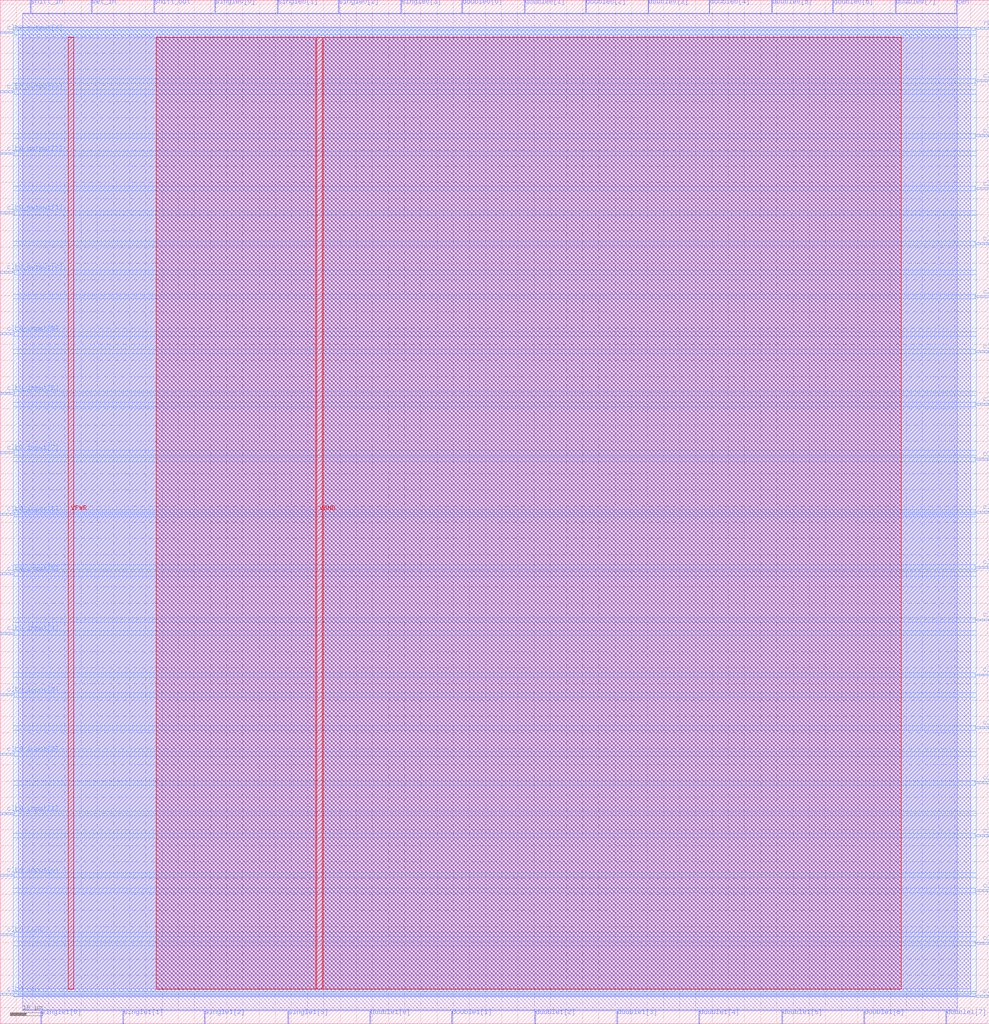
<source format=lef>
VERSION 5.7 ;
  NOWIREEXTENSIONATPIN ON ;
  DIVIDERCHAR "/" ;
  BUSBITCHARS "[]" ;
MACRO baked_connection_block_east
  CLASS BLOCK ;
  FOREIGN baked_connection_block_east ;
  ORIGIN 0.000 0.000 ;
  SIZE 305.645 BY 316.365 ;
  PIN cen
    DIRECTION INPUT ;
    PORT
      LAYER met2 ;
        RECT 295.410 312.365 295.690 316.365 ;
    END
  END cen
  PIN clb0_cin
    DIRECTION OUTPUT TRISTATE ;
    PORT
      LAYER met3 ;
        RECT 0.000 8.880 4.000 9.480 ;
    END
  END clb0_cin
  PIN clb0_cout
    DIRECTION INPUT ;
    PORT
      LAYER met3 ;
        RECT 0.000 27.240 4.000 27.840 ;
    END
  END clb0_cout
  PIN clb0_input[0]
    DIRECTION OUTPUT TRISTATE ;
    PORT
      LAYER met3 ;
        RECT 0.000 45.600 4.000 46.200 ;
    END
  END clb0_input[0]
  PIN clb0_input[1]
    DIRECTION OUTPUT TRISTATE ;
    PORT
      LAYER met3 ;
        RECT 0.000 64.640 4.000 65.240 ;
    END
  END clb0_input[1]
  PIN clb0_input[2]
    DIRECTION OUTPUT TRISTATE ;
    PORT
      LAYER met3 ;
        RECT 0.000 83.000 4.000 83.600 ;
    END
  END clb0_input[2]
  PIN clb0_input[3]
    DIRECTION OUTPUT TRISTATE ;
    PORT
      LAYER met3 ;
        RECT 0.000 101.360 4.000 101.960 ;
    END
  END clb0_input[3]
  PIN clb0_input[4]
    DIRECTION OUTPUT TRISTATE ;
    PORT
      LAYER met3 ;
        RECT 0.000 120.400 4.000 121.000 ;
    END
  END clb0_input[4]
  PIN clb0_input[5]
    DIRECTION OUTPUT TRISTATE ;
    PORT
      LAYER met3 ;
        RECT 0.000 138.760 4.000 139.360 ;
    END
  END clb0_input[5]
  PIN clb0_input[6]
    DIRECTION OUTPUT TRISTATE ;
    PORT
      LAYER met3 ;
        RECT 0.000 157.120 4.000 157.720 ;
    END
  END clb0_input[6]
  PIN clb0_input[7]
    DIRECTION OUTPUT TRISTATE ;
    PORT
      LAYER met3 ;
        RECT 0.000 176.160 4.000 176.760 ;
    END
  END clb0_input[7]
  PIN clb0_input[8]
    DIRECTION OUTPUT TRISTATE ;
    PORT
      LAYER met3 ;
        RECT 0.000 194.520 4.000 195.120 ;
    END
  END clb0_input[8]
  PIN clb0_input[9]
    DIRECTION OUTPUT TRISTATE ;
    PORT
      LAYER met3 ;
        RECT 0.000 212.880 4.000 213.480 ;
    END
  END clb0_input[9]
  PIN clb0_output[0]
    DIRECTION INPUT ;
    PORT
      LAYER met3 ;
        RECT 0.000 231.920 4.000 232.520 ;
    END
  END clb0_output[0]
  PIN clb0_output[1]
    DIRECTION INPUT ;
    PORT
      LAYER met3 ;
        RECT 0.000 250.280 4.000 250.880 ;
    END
  END clb0_output[1]
  PIN clb0_output[2]
    DIRECTION INPUT ;
    PORT
      LAYER met3 ;
        RECT 0.000 268.640 4.000 269.240 ;
    END
  END clb0_output[2]
  PIN clb0_output[3]
    DIRECTION INPUT ;
    PORT
      LAYER met3 ;
        RECT 0.000 287.680 4.000 288.280 ;
    END
  END clb0_output[3]
  PIN clb0_output[4]
    DIRECTION INPUT ;
    PORT
      LAYER met3 ;
        RECT 0.000 306.040 4.000 306.640 ;
    END
  END clb0_output[4]
  PIN clb1_cin
    DIRECTION OUTPUT TRISTATE ;
    PORT
      LAYER met3 ;
        RECT 301.645 8.200 305.645 8.800 ;
    END
  END clb1_cin
  PIN clb1_cout
    DIRECTION INPUT ;
    PORT
      LAYER met3 ;
        RECT 301.645 24.520 305.645 25.120 ;
    END
  END clb1_cout
  PIN clb1_input[0]
    DIRECTION OUTPUT TRISTATE ;
    PORT
      LAYER met3 ;
        RECT 301.645 40.840 305.645 41.440 ;
    END
  END clb1_input[0]
  PIN clb1_input[1]
    DIRECTION OUTPUT TRISTATE ;
    PORT
      LAYER met3 ;
        RECT 301.645 57.840 305.645 58.440 ;
    END
  END clb1_input[1]
  PIN clb1_input[2]
    DIRECTION OUTPUT TRISTATE ;
    PORT
      LAYER met3 ;
        RECT 301.645 74.160 305.645 74.760 ;
    END
  END clb1_input[2]
  PIN clb1_input[3]
    DIRECTION OUTPUT TRISTATE ;
    PORT
      LAYER met3 ;
        RECT 301.645 91.160 305.645 91.760 ;
    END
  END clb1_input[3]
  PIN clb1_input[4]
    DIRECTION OUTPUT TRISTATE ;
    PORT
      LAYER met3 ;
        RECT 301.645 107.480 305.645 108.080 ;
    END
  END clb1_input[4]
  PIN clb1_input[5]
    DIRECTION OUTPUT TRISTATE ;
    PORT
      LAYER met3 ;
        RECT 301.645 124.480 305.645 125.080 ;
    END
  END clb1_input[5]
  PIN clb1_input[6]
    DIRECTION OUTPUT TRISTATE ;
    PORT
      LAYER met3 ;
        RECT 301.645 140.800 305.645 141.400 ;
    END
  END clb1_input[6]
  PIN clb1_input[7]
    DIRECTION OUTPUT TRISTATE ;
    PORT
      LAYER met3 ;
        RECT 301.645 157.800 305.645 158.400 ;
    END
  END clb1_input[7]
  PIN clb1_input[8]
    DIRECTION OUTPUT TRISTATE ;
    PORT
      LAYER met3 ;
        RECT 301.645 174.120 305.645 174.720 ;
    END
  END clb1_input[8]
  PIN clb1_input[9]
    DIRECTION OUTPUT TRISTATE ;
    PORT
      LAYER met3 ;
        RECT 301.645 191.120 305.645 191.720 ;
    END
  END clb1_input[9]
  PIN clb1_output[0]
    DIRECTION INPUT ;
    PORT
      LAYER met3 ;
        RECT 301.645 207.440 305.645 208.040 ;
    END
  END clb1_output[0]
  PIN clb1_output[1]
    DIRECTION INPUT ;
    PORT
      LAYER met3 ;
        RECT 301.645 224.440 305.645 225.040 ;
    END
  END clb1_output[1]
  PIN clb1_output[2]
    DIRECTION INPUT ;
    PORT
      LAYER met3 ;
        RECT 301.645 240.760 305.645 241.360 ;
    END
  END clb1_output[2]
  PIN clb1_output[3]
    DIRECTION INPUT ;
    PORT
      LAYER met3 ;
        RECT 301.645 257.760 305.645 258.360 ;
    END
  END clb1_output[3]
  PIN clb1_output[4]
    DIRECTION INPUT ;
    PORT
      LAYER met3 ;
        RECT 301.645 274.080 305.645 274.680 ;
    END
  END clb1_output[4]
  PIN clk
    DIRECTION INPUT ;
    PORT
      LAYER met3 ;
        RECT 301.645 291.080 305.645 291.680 ;
    END
  END clk
  PIN double0[0]
    DIRECTION INOUT ;
    PORT
      LAYER met2 ;
        RECT 142.690 312.365 142.970 316.365 ;
    END
  END double0[0]
  PIN double0[1]
    DIRECTION INOUT ;
    PORT
      LAYER met2 ;
        RECT 162.010 312.365 162.290 316.365 ;
    END
  END double0[1]
  PIN double0[2]
    DIRECTION INOUT ;
    PORT
      LAYER met2 ;
        RECT 180.870 312.365 181.150 316.365 ;
    END
  END double0[2]
  PIN double0[3]
    DIRECTION INOUT ;
    PORT
      LAYER met2 ;
        RECT 200.190 312.365 200.470 316.365 ;
    END
  END double0[3]
  PIN double0[4]
    DIRECTION INOUT ;
    PORT
      LAYER met2 ;
        RECT 219.050 312.365 219.330 316.365 ;
    END
  END double0[4]
  PIN double0[5]
    DIRECTION INOUT ;
    PORT
      LAYER met2 ;
        RECT 238.370 312.365 238.650 316.365 ;
    END
  END double0[5]
  PIN double0[6]
    DIRECTION INOUT ;
    PORT
      LAYER met2 ;
        RECT 257.230 312.365 257.510 316.365 ;
    END
  END double0[6]
  PIN double0[7]
    DIRECTION INOUT ;
    PORT
      LAYER met2 ;
        RECT 276.550 312.365 276.830 316.365 ;
    END
  END double0[7]
  PIN double1[0]
    DIRECTION INOUT ;
    PORT
      LAYER met2 ;
        RECT 114.170 0.000 114.450 4.000 ;
    END
  END double1[0]
  PIN double1[1]
    DIRECTION INOUT ;
    PORT
      LAYER met2 ;
        RECT 139.470 0.000 139.750 4.000 ;
    END
  END double1[1]
  PIN double1[2]
    DIRECTION INOUT ;
    PORT
      LAYER met2 ;
        RECT 165.230 0.000 165.510 4.000 ;
    END
  END double1[2]
  PIN double1[3]
    DIRECTION INOUT ;
    PORT
      LAYER met2 ;
        RECT 190.530 0.000 190.810 4.000 ;
    END
  END double1[3]
  PIN double1[4]
    DIRECTION INOUT ;
    PORT
      LAYER met2 ;
        RECT 215.830 0.000 216.110 4.000 ;
    END
  END double1[4]
  PIN double1[5]
    DIRECTION INOUT ;
    PORT
      LAYER met2 ;
        RECT 241.590 0.000 241.870 4.000 ;
    END
  END double1[5]
  PIN double1[6]
    DIRECTION INOUT ;
    PORT
      LAYER met2 ;
        RECT 266.890 0.000 267.170 4.000 ;
    END
  END double1[6]
  PIN double1[7]
    DIRECTION INOUT ;
    PORT
      LAYER met2 ;
        RECT 292.190 0.000 292.470 4.000 ;
    END
  END double1[7]
  PIN rst
    DIRECTION INPUT ;
    PORT
      LAYER met3 ;
        RECT 301.645 307.400 305.645 308.000 ;
    END
  END rst
  PIN set_in
    DIRECTION INPUT ;
    PORT
      LAYER met2 ;
        RECT 28.150 312.365 28.430 316.365 ;
    END
  END set_in
  PIN shift_in
    DIRECTION INPUT ;
    PORT
      LAYER met2 ;
        RECT 9.290 312.365 9.570 316.365 ;
    END
  END shift_in
  PIN shift_out
    DIRECTION OUTPUT TRISTATE ;
    PORT
      LAYER met2 ;
        RECT 47.470 312.365 47.750 316.365 ;
    END
  END shift_out
  PIN single0[0]
    DIRECTION INOUT ;
    PORT
      LAYER met2 ;
        RECT 66.330 312.365 66.610 316.365 ;
    END
  END single0[0]
  PIN single0[1]
    DIRECTION INOUT ;
    PORT
      LAYER met2 ;
        RECT 85.650 312.365 85.930 316.365 ;
    END
  END single0[1]
  PIN single0[2]
    DIRECTION INOUT ;
    PORT
      LAYER met2 ;
        RECT 104.510 312.365 104.790 316.365 ;
    END
  END single0[2]
  PIN single0[3]
    DIRECTION INOUT ;
    PORT
      LAYER met2 ;
        RECT 123.830 312.365 124.110 316.365 ;
    END
  END single0[3]
  PIN single1[0]
    DIRECTION INOUT ;
    PORT
      LAYER met2 ;
        RECT 12.510 0.000 12.790 4.000 ;
    END
  END single1[0]
  PIN single1[1]
    DIRECTION INOUT ;
    PORT
      LAYER met2 ;
        RECT 37.810 0.000 38.090 4.000 ;
    END
  END single1[1]
  PIN single1[2]
    DIRECTION INOUT ;
    PORT
      LAYER met2 ;
        RECT 63.110 0.000 63.390 4.000 ;
    END
  END single1[2]
  PIN single1[3]
    DIRECTION INOUT ;
    PORT
      LAYER met2 ;
        RECT 88.870 0.000 89.150 4.000 ;
    END
  END single1[3]
  PIN VPWR
    DIRECTION INPUT ;
    USE POWER ;
    PORT
      LAYER met4 ;
        RECT 21.040 10.640 22.640 304.880 ;
    END
  END VPWR
  PIN VGND
    DIRECTION INPUT ;
    USE GROUND ;
    PORT
      LAYER met4 ;
        RECT 97.840 10.640 99.440 304.880 ;
    END
  END VGND
  OBS
      LAYER li1 ;
        RECT 5.520 10.795 299.920 304.725 ;
      LAYER met1 ;
        RECT 5.520 8.880 299.920 308.000 ;
      LAYER met2 ;
        RECT 7.000 312.085 9.010 312.365 ;
        RECT 9.850 312.085 27.870 312.365 ;
        RECT 28.710 312.085 47.190 312.365 ;
        RECT 48.030 312.085 66.050 312.365 ;
        RECT 66.890 312.085 85.370 312.365 ;
        RECT 86.210 312.085 104.230 312.365 ;
        RECT 105.070 312.085 123.550 312.365 ;
        RECT 124.390 312.085 142.410 312.365 ;
        RECT 143.250 312.085 161.730 312.365 ;
        RECT 162.570 312.085 180.590 312.365 ;
        RECT 181.430 312.085 199.910 312.365 ;
        RECT 200.750 312.085 218.770 312.365 ;
        RECT 219.610 312.085 238.090 312.365 ;
        RECT 238.930 312.085 256.950 312.365 ;
        RECT 257.790 312.085 276.270 312.365 ;
        RECT 277.110 312.085 295.130 312.365 ;
        RECT 7.000 4.280 295.680 312.085 ;
        RECT 7.000 4.000 12.230 4.280 ;
        RECT 13.070 4.000 37.530 4.280 ;
        RECT 38.370 4.000 62.830 4.280 ;
        RECT 63.670 4.000 88.590 4.280 ;
        RECT 89.430 4.000 113.890 4.280 ;
        RECT 114.730 4.000 139.190 4.280 ;
        RECT 140.030 4.000 164.950 4.280 ;
        RECT 165.790 4.000 190.250 4.280 ;
        RECT 191.090 4.000 215.550 4.280 ;
        RECT 216.390 4.000 241.310 4.280 ;
        RECT 242.150 4.000 266.610 4.280 ;
        RECT 267.450 4.000 291.910 4.280 ;
        RECT 292.750 4.000 295.680 4.280 ;
      LAYER met3 ;
        RECT 4.000 307.040 301.245 307.865 ;
        RECT 4.400 307.000 301.245 307.040 ;
        RECT 4.400 305.640 301.645 307.000 ;
        RECT 4.000 292.080 301.645 305.640 ;
        RECT 4.000 290.680 301.245 292.080 ;
        RECT 4.000 288.680 301.645 290.680 ;
        RECT 4.400 287.280 301.645 288.680 ;
        RECT 4.000 275.080 301.645 287.280 ;
        RECT 4.000 273.680 301.245 275.080 ;
        RECT 4.000 269.640 301.645 273.680 ;
        RECT 4.400 268.240 301.645 269.640 ;
        RECT 4.000 258.760 301.645 268.240 ;
        RECT 4.000 257.360 301.245 258.760 ;
        RECT 4.000 251.280 301.645 257.360 ;
        RECT 4.400 249.880 301.645 251.280 ;
        RECT 4.000 241.760 301.645 249.880 ;
        RECT 4.000 240.360 301.245 241.760 ;
        RECT 4.000 232.920 301.645 240.360 ;
        RECT 4.400 231.520 301.645 232.920 ;
        RECT 4.000 225.440 301.645 231.520 ;
        RECT 4.000 224.040 301.245 225.440 ;
        RECT 4.000 213.880 301.645 224.040 ;
        RECT 4.400 212.480 301.645 213.880 ;
        RECT 4.000 208.440 301.645 212.480 ;
        RECT 4.000 207.040 301.245 208.440 ;
        RECT 4.000 195.520 301.645 207.040 ;
        RECT 4.400 194.120 301.645 195.520 ;
        RECT 4.000 192.120 301.645 194.120 ;
        RECT 4.000 190.720 301.245 192.120 ;
        RECT 4.000 177.160 301.645 190.720 ;
        RECT 4.400 175.760 301.645 177.160 ;
        RECT 4.000 175.120 301.645 175.760 ;
        RECT 4.000 173.720 301.245 175.120 ;
        RECT 4.000 158.800 301.645 173.720 ;
        RECT 4.000 158.120 301.245 158.800 ;
        RECT 4.400 157.400 301.245 158.120 ;
        RECT 4.400 156.720 301.645 157.400 ;
        RECT 4.000 141.800 301.645 156.720 ;
        RECT 4.000 140.400 301.245 141.800 ;
        RECT 4.000 139.760 301.645 140.400 ;
        RECT 4.400 138.360 301.645 139.760 ;
        RECT 4.000 125.480 301.645 138.360 ;
        RECT 4.000 124.080 301.245 125.480 ;
        RECT 4.000 121.400 301.645 124.080 ;
        RECT 4.400 120.000 301.645 121.400 ;
        RECT 4.000 108.480 301.645 120.000 ;
        RECT 4.000 107.080 301.245 108.480 ;
        RECT 4.000 102.360 301.645 107.080 ;
        RECT 4.400 100.960 301.645 102.360 ;
        RECT 4.000 92.160 301.645 100.960 ;
        RECT 4.000 90.760 301.245 92.160 ;
        RECT 4.000 84.000 301.645 90.760 ;
        RECT 4.400 82.600 301.645 84.000 ;
        RECT 4.000 75.160 301.645 82.600 ;
        RECT 4.000 73.760 301.245 75.160 ;
        RECT 4.000 65.640 301.645 73.760 ;
        RECT 4.400 64.240 301.645 65.640 ;
        RECT 4.000 58.840 301.645 64.240 ;
        RECT 4.000 57.440 301.245 58.840 ;
        RECT 4.000 46.600 301.645 57.440 ;
        RECT 4.400 45.200 301.645 46.600 ;
        RECT 4.000 41.840 301.645 45.200 ;
        RECT 4.000 40.440 301.245 41.840 ;
        RECT 4.000 28.240 301.645 40.440 ;
        RECT 4.400 26.840 301.645 28.240 ;
        RECT 4.000 25.520 301.645 26.840 ;
        RECT 4.000 24.120 301.245 25.520 ;
        RECT 4.000 9.880 301.645 24.120 ;
        RECT 4.400 9.200 301.645 9.880 ;
        RECT 4.400 8.480 301.245 9.200 ;
        RECT 4.000 8.335 301.245 8.480 ;
      LAYER met4 ;
        RECT 48.135 10.640 97.440 304.880 ;
        RECT 99.840 10.640 278.465 304.880 ;
  END
END baked_connection_block_east
END LIBRARY


</source>
